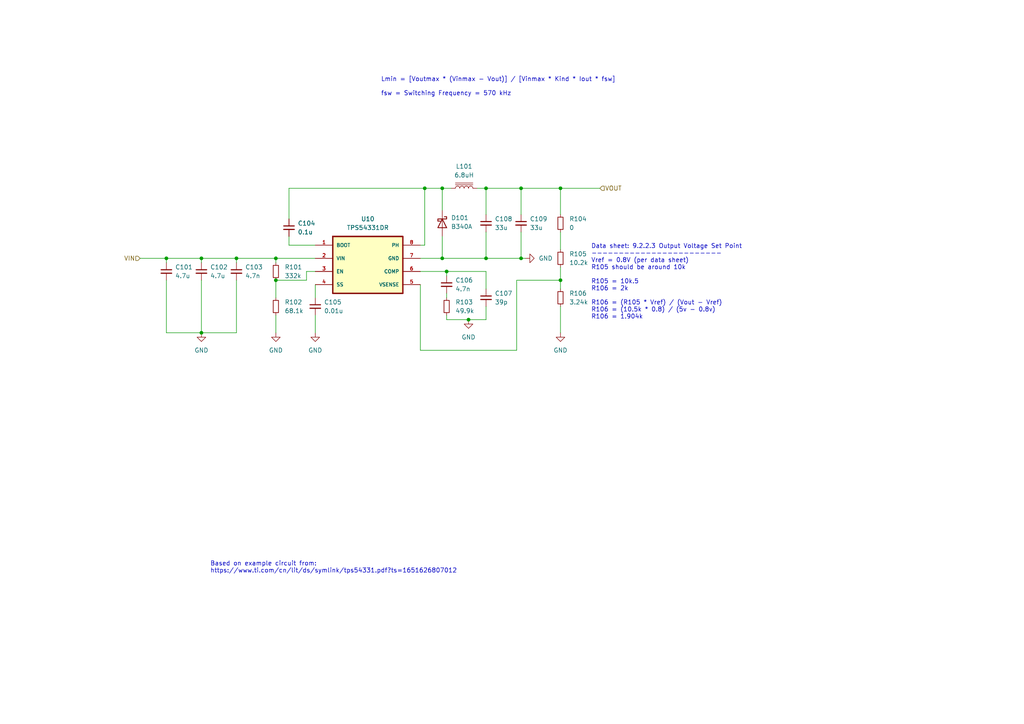
<source format=kicad_sch>
(kicad_sch (version 20211123) (generator eeschema)
  (paper "A4")
  (lib_symbols
    (symbol "Device:C_Small" (pin_numbers hide) (pin_names (offset 0.254) hide)
      (property "Reference" "C" (at 0.254 1.778 0))
      (property "Value" "C_Small" (at 0.254 -2.032 0))
      (symbol "C_Small_0_1"
        (polyline (pts (xy -1.524 -0.508) (xy 1.524 -0.508)) (stroke (width 0.3302)))
        (polyline (pts (xy -1.524 0.508) (xy 1.524 0.508)) (stroke (width 0.3048)))
      )
      (symbol "C_Small_1_1"
        (pin passive line (at 0 2.54 270) (length 2.032) (name "~") (number "1"))
        (pin passive line (at 0 -2.54 90) (length 2.032) (name "~") (number "2"))
      )
    )
    (symbol "Device:L_Iron" (pin_numbers hide) (pin_names (offset 1.016) hide)
      (property "Reference" "L" (at -1.27 0 90))
      (property "Value" "L_Iron" (at 2.794 0 90))
      (symbol "L_Iron_0_1"
        (arc (start 0 -2.54) (mid 0.635 -1.905) (end 0 -1.27))
        (arc (start 0 -1.27) (mid 0.635 -0.635) (end 0 0))
        (polyline (pts (xy 1.016 2.54) (xy 1.016 -2.54)))
        (polyline (pts (xy 1.524 -2.54) (xy 1.524 2.54)))
        (arc (start 0 0) (mid 0.635 0.635) (end 0 1.27))
        (arc (start 0 1.27) (mid 0.635 1.905) (end 0 2.54))
      )
      (symbol "L_Iron_1_1"
        (pin passive line (at 0 3.81 270) (length 1.27) (name "1") (number "1"))
        (pin passive line (at 0 -3.81 90) (length 1.27) (name "2") (number "2"))
      )
    )
    (symbol "Device:R_Small" (pin_numbers hide) (pin_names (offset 0.254) hide)
      (property "Reference" "R" (at 0.762 0.508 0))
      (property "Value" "R_Small" (at 0.762 -1.016 0))
      (symbol "R_Small_0_1"
        (rectangle (start -0.762 1.778) (end 0.762 -1.778) (stroke (width 0.2032)))
      )
      (symbol "R_Small_1_1"
        (pin passive line (at 0 2.54 270) (length 0.762) (name "~") (number "1"))
        (pin passive line (at 0 -2.54 90) (length 0.762) (name "~") (number "2"))
      )
    )
    (symbol "Diode:B340" (pin_numbers hide) (pin_names (offset 1.016) hide)
      (property "Reference" "D" (at 0 2.54 0))
      (property "Value" "B340" (at 0 -2.54 0))
      (symbol "B340_0_1"
        (polyline (pts (xy 1.27 0) (xy -1.27 0)))
        (polyline (pts (xy 1.27 1.27) (xy 1.27 -1.27) (xy -1.27 0) (xy 1.27 1.27)) (stroke (width 0.254)))
        (polyline (pts (xy -1.905 0.635) (xy -1.905 1.27) (xy -1.27 1.27) (xy -1.27 -1.27) (xy -0.635 -1.27) (xy -0.635 -0.635)) (stroke (width 0.254)))
      )
      (symbol "B340_1_1"
        (pin passive line (at -3.81 0 0) (length 2.54) (name "K") (number "1"))
        (pin passive line (at 3.81 0 180) (length 2.54) (name "A") (number "2"))
      )
    )
    (symbol "TPS54331DR:TPS54331DR" (pin_names (offset 1.016))
      (property "Reference" "U" (at -12.7 12.7 0))
      (property "Value" "TPS54331DR" (at -5.08 12.7 0))
      (symbol "TPS54331DR_0_0"
        (rectangle (start -12.7 12.7) (end 7.62 -3.81) (stroke (width 0.4064)) (fill (type background)))
        (pin input line (at -17.78 10.16 0) (length 5.08) (name "BOOT") (number "1"))
        (pin input line (at -17.78 6.35 0) (length 5.08) (name "VIN") (number "2"))
        (pin input line (at -17.78 2.54 0) (length 5.08) (name "EN") (number "3"))
        (pin input line (at -17.78 -1.27 0) (length 5.08) (name "SS") (number "4"))
        (pin input line (at 12.7 -1.27 180) (length 5.08) (name "VSENSE") (number "5"))
        (pin output line (at 12.7 2.54 180) (length 5.08) (name "COMP") (number "6"))
        (pin power_in line (at 12.7 6.35 180) (length 5.08) (name "GND") (number "7"))
        (pin input line (at 12.7 10.16 180) (length 5.08) (name "PH") (number "8"))
      )
    )
    (symbol "power:GND" (power) (pin_names (offset 0))
      (property "Value" "GND" (at 0 -3.81 0))
      (symbol "GND_0_1"
        (polyline (pts (xy 0 0) (xy 0 -1.27) (xy 1.27 -1.27) (xy 0 -2.54) (xy -1.27 -1.27) (xy 0 -1.27)))
      )
      (symbol "GND_1_1"
        (pin power_in line (at 0 0 270) (length 0) hide (name "GND") (number "1"))
      )
    )
  )
  (junction (at 128.27 74.93))
  (junction (at 123.19 54.61))
  (junction (at 80.01 74.93))
  (junction (at 58.42 96.52))
  (junction (at 48.26 74.93))
  (junction (at 80.01 81.28))
  (junction (at 162.56 81.28))
  (junction (at 129.54 78.74))
  (junction (at 135.89 92.71))
  (junction (at 128.27 54.61))
  (junction (at 151.13 74.93))
  (junction (at 58.42 74.93))
  (junction (at 162.56 54.61))
  (junction (at 140.97 74.93))
  (junction (at 68.58 74.93))
  (junction (at 140.97 54.61))
  (junction (at 151.13 54.61))
  (wire (pts (xy 68.58 74.93) (xy 68.58 76.2)))
  (wire (pts (xy 152.4 74.93) (xy 151.13 74.93)))
  (wire (pts (xy 140.97 54.61) (xy 151.13 54.61)))
  (wire (pts (xy 123.19 54.61) (xy 128.27 54.61)))
  (wire (pts (xy 162.56 54.61) (xy 173.99 54.61)))
  (wire (pts (xy 68.58 96.52) (xy 58.42 96.52)))
  (wire (pts (xy 162.56 88.9) (xy 162.56 96.52)))
  (wire (pts (xy 88.9 78.74) (xy 88.9 81.28)))
  (wire (pts (xy 121.92 71.12) (xy 123.19 71.12)))
  (wire (pts (xy 83.82 54.61) (xy 123.19 54.61)))
  (wire (pts (xy 138.43 54.61) (xy 140.97 54.61)))
  (wire (pts (xy 91.44 82.55) (xy 91.44 86.36)))
  (wire (pts (xy 80.01 74.93) (xy 91.44 74.93)))
  (wire (pts (xy 121.92 82.55) (xy 121.92 101.6)))
  (wire (pts (xy 162.56 81.28) (xy 162.56 83.82)))
  (wire (pts (xy 128.27 74.93) (xy 128.27 68.58)))
  (wire (pts (xy 140.97 92.71) (xy 140.97 88.9)))
  (wire (pts (xy 58.42 81.28) (xy 58.42 96.52)))
  (wire (pts (xy 151.13 74.93) (xy 151.13 67.31)))
  (wire (pts (xy 140.97 54.61) (xy 140.97 62.23)))
  (wire (pts (xy 129.54 78.74) (xy 140.97 78.74)))
  (wire (pts (xy 58.42 74.93) (xy 68.58 74.93)))
  (wire (pts (xy 91.44 78.74) (xy 88.9 78.74)))
  (wire (pts (xy 91.44 71.12) (xy 83.82 71.12)))
  (wire (pts (xy 121.92 74.93) (xy 128.27 74.93)))
  (wire (pts (xy 149.86 101.6) (xy 149.86 81.28)))
  (wire (pts (xy 68.58 81.28) (xy 68.58 96.52)))
  (wire (pts (xy 128.27 54.61) (xy 130.81 54.61)))
  (wire (pts (xy 121.92 78.74) (xy 129.54 78.74)))
  (wire (pts (xy 129.54 91.44) (xy 129.54 92.71)))
  (wire (pts (xy 149.86 81.28) (xy 162.56 81.28)))
  (wire (pts (xy 123.19 71.12) (xy 123.19 54.61)))
  (wire (pts (xy 135.89 92.71) (xy 140.97 92.71)))
  (wire (pts (xy 121.92 101.6) (xy 149.86 101.6)))
  (wire (pts (xy 68.58 74.93) (xy 80.01 74.93)))
  (wire (pts (xy 80.01 74.93) (xy 80.01 76.2)))
  (wire (pts (xy 162.56 54.61) (xy 162.56 62.23)))
  (wire (pts (xy 58.42 74.93) (xy 58.42 76.2)))
  (wire (pts (xy 129.54 86.36) (xy 129.54 85.09)))
  (wire (pts (xy 80.01 81.28) (xy 80.01 86.36)))
  (wire (pts (xy 83.82 71.12) (xy 83.82 68.58)))
  (wire (pts (xy 151.13 54.61) (xy 162.56 54.61)))
  (wire (pts (xy 162.56 67.31) (xy 162.56 72.39)))
  (wire (pts (xy 140.97 67.31) (xy 140.97 74.93)))
  (wire (pts (xy 88.9 81.28) (xy 80.01 81.28)))
  (wire (pts (xy 48.26 74.93) (xy 58.42 74.93)))
  (wire (pts (xy 40.64 74.93) (xy 48.26 74.93)))
  (wire (pts (xy 83.82 63.5) (xy 83.82 54.61)))
  (wire (pts (xy 80.01 91.44) (xy 80.01 96.52)))
  (wire (pts (xy 140.97 78.74) (xy 140.97 83.82)))
  (wire (pts (xy 91.44 91.44) (xy 91.44 96.52)))
  (wire (pts (xy 48.26 81.28) (xy 48.26 96.52)))
  (wire (pts (xy 162.56 77.47) (xy 162.56 81.28)))
  (wire (pts (xy 129.54 80.01) (xy 129.54 78.74)))
  (wire (pts (xy 128.27 54.61) (xy 128.27 60.96)))
  (wire (pts (xy 129.54 92.71) (xy 135.89 92.71)))
  (wire (pts (xy 140.97 74.93) (xy 151.13 74.93)))
  (wire (pts (xy 128.27 74.93) (xy 140.97 74.93)))
  (wire (pts (xy 48.26 96.52) (xy 58.42 96.52)))
  (wire (pts (xy 151.13 54.61) (xy 151.13 62.23)))
  (wire (pts (xy 48.26 74.93) (xy 48.26 76.2)))
  (text "Lmin = [Voutmax * (Vinmax - Vout)] / [Vinmax * Kind * Iout * fsw]\n\nfsw = Switching Frequency = 570 kHz\n" (at 110.49 27.94 0) (effects (font (size 1.27 1.27)) (justify left bottom)))
  (text "Based on example circuit from:\nhttps://www.ti.com/cn/lit/ds/symlink/tps54331.pdf?ts=1651626807012" (at 60.96 166.37 0) (effects (font (size 1.27 1.27)) (justify left bottom)))
  (text "Data sheet: 9.2.2.3 Output Voltage Set Point\n------------------------\nVref = 0.8V (per data sheet)\nR105 should be around 10k\n\nR105 = 10k.5\nR106 = 2k\n\nR106 = (R105 * Vref) / (Vout - Vref)\nR106 = (10.5k * 0.8) / (5v - 0.8v)\nR106 = 1.904k\n" (at 171.45 92.71 0) (effects (font (size 1.27 1.27)) (justify left bottom)))
  (hierarchical_label "VIN" (shape input) (at 40.64 74.93 180))
  (hierarchical_label "VOUT" (shape input) (at 173.99 54.61 0))
  (symbol (lib_id "Device:C_Small") (at 48.26 78.74 0) (unit 1)
    (property "Reference" "C101" (at 50.8 77.4762 0) (effects (justify left)))
    (property "Value" "4.7u" (at 50.8 80.0162 0) (effects (justify left)))
    (property "Footprint" "Capacitor_SMD:C_0805_2012Metric" (effects hide))
    (property "LCSC" "C1779" (effects hide))
  )
  (symbol (lib_id "Device:R_Small") (at 129.54 88.9 0) (unit 1)
    (property "Reference" "R103" (at 132.08 87.6299 0) (effects (justify left)))
    (property "Value" "49.9k" (at 132.08 90.1699 0) (effects (justify left)))
    (property "Footprint" "Resistor_SMD:R_0805_2012Metric" (effects hide))
  )
  (symbol (lib_id "power:GND") (at 58.42 96.52 0) (unit 1)
    (property "Reference" "#PWR0109" (effects hide))
    (property "Value" "GND" (at 58.42 101.6 0))
  )
  (symbol (lib_id "Device:R_Small") (at 80.01 88.9 0) (unit 1)
    (property "Reference" "R102" (at 82.55 87.6299 0) (effects (justify left)))
    (property "Value" "68.1k" (at 82.55 90.1699 0) (effects (justify left)))
    (property "Footprint" "Resistor_SMD:R_0805_2012Metric" (effects hide))
  )
  (symbol (lib_id "Device:C_Small") (at 151.13 64.77 0) (unit 1)
    (property "Reference" "C109" (at 153.67 63.5062 0) (effects (justify left)))
    (property "Value" "33u" (at 153.67 66.0462 0) (effects (justify left)))
    (property "Footprint" "Capacitor_SMD:C_0805_2012Metric" (effects hide))
    (property "LCSC" "C342635" (effects hide))
  )
  (symbol (lib_id "Device:R_Small") (at 80.01 78.74 0) (unit 1)
    (property "Reference" "R101" (at 82.55 77.4699 0) (effects (justify left)))
    (property "Value" "332k" (at 82.55 80.0099 0) (effects (justify left)))
    (property "Footprint" "Resistor_SMD:R_0805_2012Metric" (effects hide))
  )
  (symbol (lib_id "power:GND") (at 162.56 96.52 0) (unit 1)
    (property "Reference" "#PWR0110" (effects hide))
    (property "Value" "GND" (at 162.56 101.6 0))
  )
  (symbol (lib_id "Device:C_Small") (at 129.54 82.55 0) (unit 1)
    (property "Reference" "C106" (at 132.08 81.2862 0) (effects (justify left)))
    (property "Value" "4.7n" (at 132.08 83.8262 0) (effects (justify left)))
    (property "Footprint" "Capacitor_SMD:C_0805_2012Metric" (effects hide))
    (property "LCSC" "C1744" (effects hide))
  )
  (symbol (lib_id "power:GND") (at 135.89 92.71 0) (unit 1)
    (property "Reference" "#PWR0112" (effects hide))
    (property "Value" "GND" (at 135.89 97.79 0))
  )
  (symbol (lib_id "Device:C_Small") (at 83.82 66.04 0) (unit 1)
    (property "Reference" "C104" (at 86.36 64.7762 0) (effects (justify left)))
    (property "Value" "0.1u" (at 86.36 67.3162 0) (effects (justify left)))
    (property "Footprint" "Capacitor_SMD:C_0805_2012Metric" (effects hide))
    (property "LCSC" "C28233" (effects hide))
  )
  (symbol (lib_id "Device:C_Small") (at 140.97 86.36 0) (unit 1)
    (property "Reference" "C107" (at 143.51 85.0962 0) (effects (justify left)))
    (property "Value" "39p" (at 143.51 87.6362 0) (effects (justify left)))
    (property "Footprint" "Capacitor_SMD:C_0805_2012Metric" (effects hide))
  )
  (symbol (lib_id "Device:L_Iron") (at 134.62 54.61 90) (unit 1)
    (property "Reference" "L101" (at 134.62 48.26 90))
    (property "Value" "6.8uH" (at 134.62 50.8 90))
    (property "Footprint" "raspberrypi_supercap_ups_lib:Sunltech_SLO0530H" (effects hide))
    (property "LCSC" "C325965" (effects hide))
  )
  (symbol (lib_id "Device:C_Small") (at 58.42 78.74 0) (unit 1)
    (property "Reference" "C102" (at 60.96 77.4762 0) (effects (justify left)))
    (property "Value" "4.7u" (at 60.96 80.0162 0) (effects (justify left)))
    (property "Footprint" "Capacitor_SMD:C_0805_2012Metric" (effects hide))
    (property "LCSC" "C1779" (effects hide))
  )
  (symbol (lib_id "power:GND") (at 91.44 96.52 0) (unit 1)
    (property "Reference" "#PWR0108" (effects hide))
    (property "Value" "GND" (at 91.44 101.6 0))
  )
  (symbol (lib_id "power:GND") (at 152.4 74.93 90) (unit 1)
    (property "Reference" "#PWR0111" (effects hide))
    (property "Value" "GND" (at 156.21 74.9299 90) (effects (justify right)))
  )
  (symbol (lib_id "Device:C_Small") (at 140.97 64.77 0) (unit 1)
    (property "Reference" "C108" (at 143.51 63.5062 0) (effects (justify left)))
    (property "Value" "33u" (at 143.51 66.0462 0) (effects (justify left)))
    (property "Footprint" "Capacitor_SMD:C_0805_2012Metric" (effects hide))
    (property "LCSC" "C342635" (effects hide))
  )
  (symbol (lib_id "Device:R_Small") (at 162.56 64.77 0) (unit 1)
    (property "Reference" "R104" (at 165.1 63.4999 0) (effects (justify left)))
    (property "Value" "0" (at 165.1 66.0399 0) (effects (justify left)))
    (property "Footprint" "Resistor_SMD:R_0805_2012Metric" (effects hide))
  )
  (symbol (lib_id "Device:C_Small") (at 91.44 88.9 0) (unit 1)
    (property "Reference" "C105" (at 93.98 87.6362 0) (effects (justify left)))
    (property "Value" "0.01u" (at 93.98 90.1762 0) (effects (justify left)))
    (property "Footprint" "Capacitor_SMD:C_0805_2012Metric" (effects hide))
    (property "LCSC" "C1710" (effects hide))
  )
  (symbol (lib_id "Device:R_Small") (at 162.56 74.93 0) (unit 1)
    (property "Reference" "R105" (at 165.1 73.6599 0) (effects (justify left)))
    (property "Value" "10.2k" (at 165.1 76.1999 0) (effects (justify left)))
    (property "Footprint" "Resistor_SMD:R_0805_2012Metric" (effects hide))
  )
  (symbol (lib_id "Device:R_Small") (at 162.56 86.36 0) (unit 1)
    (property "Reference" "R106" (at 165.1 85.0899 0) (effects (justify left)))
    (property "Value" "3.24k" (at 165.1 87.6299 0) (effects (justify left)))
    (property "Footprint" "Resistor_SMD:R_0805_2012Metric" (effects hide))
  )
  (symbol (lib_id "TPS54331DR:TPS54331DR") (at 109.22 81.28 0) (unit 1)
    (property "Reference" "U10" (at 106.68 63.5 0))
    (property "Value" "TPS54331DR" (at 106.68 66.04 0))
    (property "Footprint" "SOIC127P599X175-8N" (effects hide))
    (property "LCSC" "C9865" (effects hide))
  )
  (symbol (lib_id "Diode:B340") (at 128.27 64.77 270) (unit 1)
    (property "Reference" "D101" (at 130.81 63.1824 90) (effects (justify left)))
    (property "Value" "B340A" (at 130.81 65.7224 90) (effects (justify left)))
    (property "Footprint" "Diode_SMD:D_SMA" (effects hide))
    (property "Datasheet" "http://www.jameco.com/Jameco/Products/ProdDS/1538777.pdf" (effects hide))
    (property "LCSC" "C64982" (effects hide))
  )
  (symbol (lib_id "Device:C_Small") (at 68.58 78.74 0) (unit 1)
    (property "Reference" "C103" (at 71.12 77.4762 0) (effects (justify left)))
    (property "Value" "4.7n" (at 71.12 80.0162 0) (effects (justify left)))
    (property "Footprint" "Capacitor_SMD:C_0805_2012Metric" (effects hide))
    (property "LCSC" "C1744" (effects hide))
  )
  (symbol (lib_id "power:GND") (at 80.01 96.52 0) (unit 1)
    (property "Reference" "#PWR0107" (effects hide))
    (property "Value" "GND" (at 80.01 101.6 0))
  )
)
</source>
